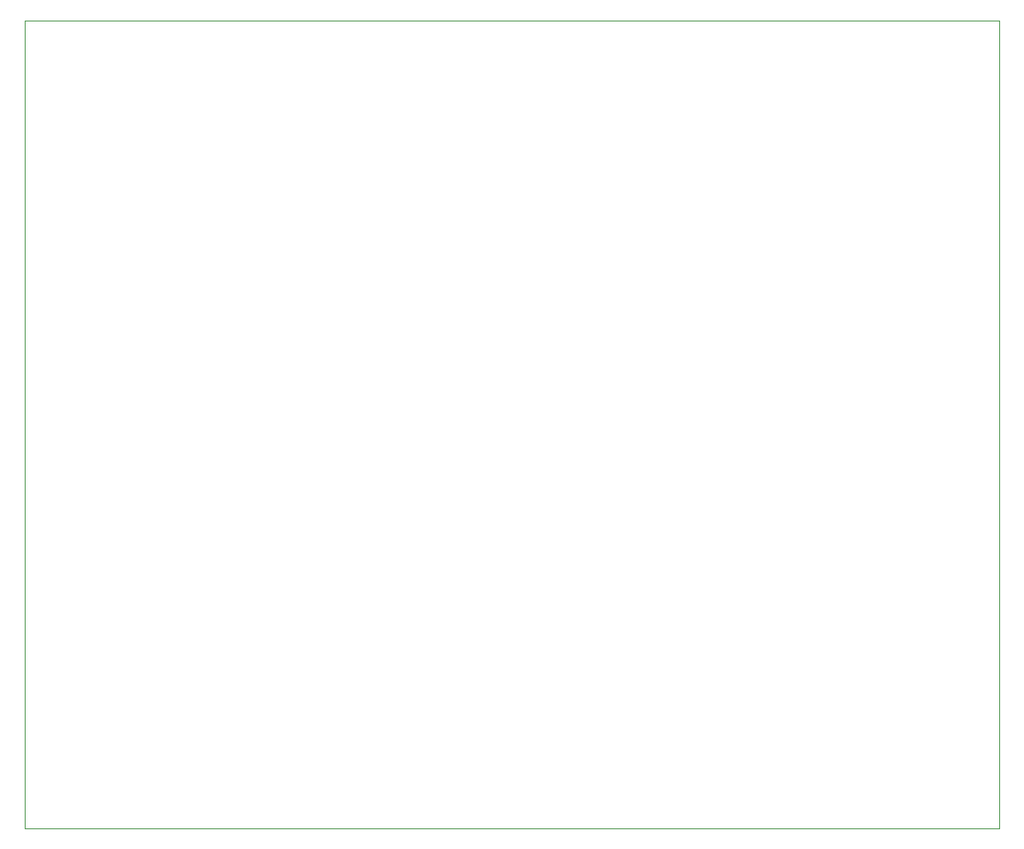
<source format=gbr>
%TF.GenerationSoftware,KiCad,Pcbnew,9.0.1*%
%TF.CreationDate,2025-06-24T23:50:42+09:00*%
%TF.ProjectId,SMU,534d552e-6b69-4636-9164-5f7063625858,rev?*%
%TF.SameCoordinates,Original*%
%TF.FileFunction,Profile,NP*%
%FSLAX46Y46*%
G04 Gerber Fmt 4.6, Leading zero omitted, Abs format (unit mm)*
G04 Created by KiCad (PCBNEW 9.0.1) date 2025-06-24 23:50:42*
%MOMM*%
%LPD*%
G01*
G04 APERTURE LIST*
%TA.AperFunction,Profile*%
%ADD10C,0.050000*%
%TD*%
G04 APERTURE END LIST*
D10*
X25000000Y-116000000D02*
X125000000Y-116000000D01*
X125000000Y-199000000D01*
X25000000Y-199000000D01*
X25000000Y-116000000D01*
M02*

</source>
